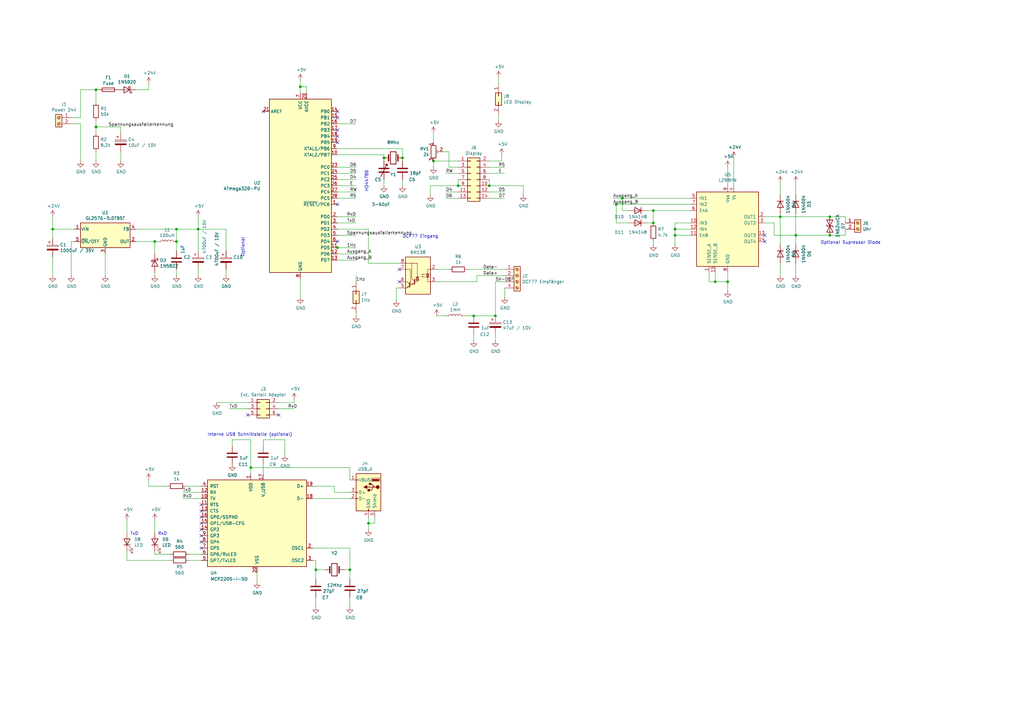
<source format=kicad_sch>
(kicad_sch (version 20230121) (generator eeschema)
  (paper "A3")
  (title_block (title "Mutteruhr Mainboard") (rev "1.00") (company "Michael Albert") (comment 1 "Mutteruhr Mainboard mit USB Interface"))
  (lib_symbols
    (symbol "Connector:Screw_Terminal_01x02" (pin_names (offset 1.016) hide)
      (property "Reference" "J" (at 0 2.54 0))
      (property "Value" "Screw_Terminal_01x02" (at 0 -5.08 0))
      (symbol "Screw_Terminal_01x02_1_1"
        (pin passive line (at -5.08 0 0) (length 3.81) (name "Pin_1") (number "1"))
        (pin passive line (at -5.08 -2.54 0) (length 3.81) (name "Pin_2") (number "2"))
      )
    )
    (symbol "Connector:Screw_Terminal_01x04" (pin_names (offset 1.016) hide)
      (property "Reference" "J" (at 0 5.08 0))
      (property "Value" "Screw_Terminal_01x04" (at 0 -7.62 0))
      (symbol "Screw_Terminal_01x04_1_1"
        (pin passive line (at -5.08 2.54 0) (length 3.81) (name "Pin_1") (number "1"))
        (pin passive line (at -5.08 0 0) (length 3.81) (name "Pin_2") (number "2"))
        (pin passive line (at -5.08 -2.54 0) (length 3.81) (name "Pin_3") (number "3"))
        (pin passive line (at -5.08 -5.08 0) (length 3.81) (name "Pin_4") (number "4"))
      )
    )
    (symbol "Connector:USB_A" (pin_names (offset 1.016))
      (property "Reference" "J" (at -5.08 11.43 0))
      (property "Value" "USB_A" (at -5.08 8.89 0))
      (symbol "USB_A_1_1"
        (pin power_in line (at 7.62 5.08 180) (length 2.54) (name "VBUS") (number "1"))
        (pin bidirectional line (at 7.62 -2.54 180) (length 2.54) (name "D-") (number "2"))
        (pin bidirectional line (at 7.62 0 180) (length 2.54) (name "D+") (number "3"))
        (pin power_in line (at 0 -10.16 90) (length 2.54) (name "GND") (number "4"))
        (pin passive line (at -2.54 -10.16 90) (length 2.54) (name "Shield") (number "5"))
      )
    )
    (symbol "Connector_Generic:Conn_02x01" (pin_names (offset 1.016) hide)
      (property "Reference" "J" (at 1.27 2.54 0))
      (property "Value" "Conn_02x01" (at 1.27 -2.54 0))
      (symbol "Conn_02x01_1_1"
        (pin passive line (at -5.08 0 0) (length 3.81) (name "Pin_1") (number "1"))
        (pin passive line (at 7.62 0 180) (length 3.81) (name "Pin_2") (number "2"))
      )
    )
    (symbol "Connector_Generic:Conn_02x03_Odd_Even" (pin_names (offset 1.016) hide)
      (property "Reference" "J" (at 1.27 5.08 0))
      (property "Value" "Conn_02x03_Odd_Even" (at 1.27 -5.08 0))
      (symbol "Conn_02x03_Odd_Even_1_1"
        (pin passive line (at -5.08 2.54 0) (length 3.81) (name "Pin_1") (number "1"))
        (pin passive line (at 7.62 2.54 180) (length 3.81) (name "Pin_2") (number "2"))
        (pin passive line (at -5.08 0 0) (length 3.81) (name "Pin_3") (number "3"))
        (pin passive line (at 7.62 0 180) (length 3.81) (name "Pin_4") (number "4"))
        (pin passive line (at -5.08 -2.54 0) (length 3.81) (name "Pin_5") (number "5"))
        (pin passive line (at 7.62 -2.54 180) (length 3.81) (name "Pin_6") (number "6"))
      )
    )
    (symbol "Connector_Generic:Conn_02x07_Odd_Even" (pin_names (offset 1.016) hide)
      (property "Reference" "J" (at 1.27 10.16 0))
      (property "Value" "Conn_02x07_Odd_Even" (at 1.27 -10.16 0))
      (symbol "Conn_02x07_Odd_Even_1_1"
        (pin passive line (at -5.08 7.62 0) (length 3.81) (name "Pin_1") (number "1"))
        (pin passive line (at 7.62 -2.54 180) (length 3.81) (name "Pin_10") (number "10"))
        (pin passive line (at -5.08 -5.08 0) (length 3.81) (name "Pin_11") (number "11"))
        (pin passive line (at 7.62 -5.08 180) (length 3.81) (name "Pin_12") (number "12"))
        (pin passive line (at -5.08 -7.62 0) (length 3.81) (name "Pin_13") (number "13"))
        (pin passive line (at 7.62 -7.62 180) (length 3.81) (name "Pin_14") (number "14"))
        (pin passive line (at 7.62 7.62 180) (length 3.81) (name "Pin_2") (number "2"))
        (pin passive line (at -5.08 5.08 0) (length 3.81) (name "Pin_3") (number "3"))
        (pin passive line (at 7.62 5.08 180) (length 3.81) (name "Pin_4") (number "4"))
        (pin passive line (at -5.08 2.54 0) (length 3.81) (name "Pin_5") (number "5"))
        (pin passive line (at 7.62 2.54 180) (length 3.81) (name "Pin_6") (number "6"))
        (pin passive line (at -5.08 0 0) (length 3.81) (name "Pin_7") (number "7"))
        (pin passive line (at 7.62 0 180) (length 3.81) (name "Pin_8") (number "8"))
        (pin passive line (at -5.08 -2.54 0) (length 3.81) (name "Pin_9") (number "9"))
      )
    )
    (symbol "Device:C" (pin_numbers hide) (pin_names (offset 0.254))
      (property "Reference" "C" (at 0.635 2.54 0))
      (property "Value" "C" (at 0.635 -2.54 0))
      (symbol "C_1_1"
        (pin passive line (at 0 3.81 270) (length 2.794) (name "~") (number "1"))
        (pin passive line (at 0 -3.81 90) (length 2.794) (name "~") (number "2"))
      )
    )
    (symbol "Device:C_Variable" (pin_numbers hide) (pin_names (offset 0.254) hide)
      (property "Reference" "C" (at 0.635 -1.905 0))
      (property "Value" "C_Variable" (at 0.635 -3.81 0))
      (symbol "C_Variable_1_1"
        (pin passive line (at 0 3.81 270) (length 3.048) (name "~") (number "1"))
        (pin passive line (at 0 -3.81 90) (length 3.048) (name "~") (number "2"))
      )
    )
    (symbol "Device:Crystal" (pin_numbers hide) (pin_names (offset 1.016) hide)
      (property "Reference" "Y" (at 0 3.81 0))
      (property "Value" "Crystal" (at 0 -3.81 0))
      (symbol "Crystal_1_1"
        (pin passive line (at -3.81 0 0) (length 1.27) (name "1") (number "1"))
        (pin passive line (at 3.81 0 180) (length 1.27) (name "2") (number "2"))
      )
    )
    (symbol "Device:Fuse" (pin_numbers hide) (pin_names (offset 0))
      (property "Reference" "F" (at 2.032 0 90))
      (property "Value" "Fuse" (at -1.905 0 90))
      (symbol "Fuse_1_1"
        (pin passive line (at 0 3.81 270) (length 1.27) (name "~") (number "1"))
        (pin passive line (at 0 -3.81 90) (length 1.27) (name "~") (number "2"))
      )
    )
    (symbol "Device:L" (pin_numbers hide) (pin_names (offset 1.016) hide)
      (property "Reference" "L" (at -1.27 0 90))
      (property "Value" "L" (at 1.905 0 90))
      (symbol "L_1_1"
        (pin passive line (at 0 3.81 270) (length 1.27) (name "1") (number "1"))
        (pin passive line (at 0 -3.81 90) (length 1.27) (name "2") (number "2"))
      )
    )
    (symbol "Device:LED" (pin_numbers hide) (pin_names (offset 1.016) hide)
      (property "Reference" "D" (at 0 2.54 0))
      (property "Value" "LED" (at 0 -2.54 0))
      (symbol "LED_1_1"
        (pin passive line (at -3.81 0 0) (length 2.54) (name "K") (number "1"))
        (pin passive line (at 3.81 0 180) (length 2.54) (name "A") (number "2"))
      )
    )
    (symbol "Device:R" (pin_numbers hide) (pin_names (offset 0))
      (property "Reference" "R" (at 2.032 0 90))
      (property "Value" "R" (at 0 0 90))
      (symbol "R_1_1"
        (pin passive line (at 0 3.81 270) (length 1.27) (name "~") (number "1"))
        (pin passive line (at 0 -3.81 90) (length 1.27) (name "~") (number "2"))
      )
    )
    (symbol "Diode:1N4004" (pin_numbers hide) (pin_names hide)
      (property "Reference" "D" (at 0 2.54 0))
      (property "Value" "1N4004" (at 0 -2.54 0))
      (symbol "1N4004_1_1"
        (pin passive line (at -3.81 0 0) (length 2.54) (name "K") (number "1"))
        (pin passive line (at 3.81 0 180) (length 2.54) (name "A") (number "2"))
      )
    )
    (symbol "Diode:1N4148" (pin_numbers hide) (pin_names hide)
      (property "Reference" "D" (at 0 2.54 0))
      (property "Value" "1N4148" (at 0 -2.54 0))
      (symbol "1N4148_1_1"
        (pin passive line (at -3.81 0 0) (length 2.54) (name "K") (number "1"))
        (pin passive line (at 3.81 0 180) (length 2.54) (name "A") (number "2"))
      )
    )
    (symbol "Diode:1N5820" (pin_numbers hide) (pin_names (offset 1.016) hide)
      (property "Reference" "D" (at 0 2.54 0))
      (property "Value" "1N5820" (at 0 -2.54 0))
      (symbol "1N5820_1_1"
        (pin passive line (at -3.81 0 0) (length 2.54) (name "K") (number "1"))
        (pin passive line (at 3.81 0 180) (length 2.54) (name "A") (number "2"))
      )
    )
    (symbol "Diode:1N5822" (pin_numbers hide) (pin_names (offset 1.016) hide)
      (property "Reference" "D" (at 0 2.54 0))
      (property "Value" "1N5822" (at 0 -2.54 0))
      (symbol "1N5822_1_1"
        (pin passive line (at -3.81 0 0) (length 2.54) (name "K") (number "1"))
        (pin passive line (at 3.81 0 180) (length 2.54) (name "A") (number "2"))
      )
    )
    (symbol "Diode:1N62xxCA" (pin_numbers hide) (pin_names (offset 1.016) hide)
      (property "Reference" "D" (at 0 2.54 0))
      (property "Value" "1N62xxCA" (at 0 -2.54 0))
      (symbol "1N62xxCA_1_1"
        (pin passive line (at -3.81 0 0) (length 2.54) (name "A1") (number "1"))
        (pin passive line (at 3.81 0 180) (length 2.54) (name "A2") (number "2"))
      )
    )
    (symbol "Driver_Motor:L298HN" (pin_names (offset 1.016))
      (property "Reference" "U" (at -10.16 16.51 0))
      (property "Value" "L298HN" (at 12.7 16.51 0))
      (symbol "L298HN_1_1"
        (pin power_in line (at -7.62 -17.78 90) (length 2.54) (name "SENSE_A") (number "1"))
        (pin input line (at -15.24 2.54 0) (length 2.54) (name "IN3") (number "10"))
        (pin input line (at -15.24 -2.54 0) (length 2.54) (name "EnB") (number "11"))
        (pin input line (at -15.24 0 0) (length 2.54) (name "IN4") (number "12"))
        (pin output line (at 15.24 -2.54 180) (length 2.54) (name "OUT3") (number "13"))
        (pin output line (at 15.24 -5.08 180) (length 2.54) (name "OUT4") (number "14"))
        (pin power_in line (at -5.08 -17.78 90) (length 2.54) (name "SENSE_B") (number "15"))
        (pin output line (at 15.24 5.08 180) (length 2.54) (name "OUT1") (number "2"))
        (pin output line (at 15.24 2.54 180) (length 2.54) (name "OUT2") (number "3"))
        (pin power_in line (at 2.54 17.78 270) (length 2.54) (name "Vs") (number "4"))
        (pin input line (at -15.24 12.7 0) (length 2.54) (name "IN1") (number "5"))
        (pin input line (at -15.24 7.62 0) (length 2.54) (name "EnA") (number "6"))
        (pin input line (at -15.24 10.16 0) (length 2.54) (name "IN2") (number "7"))
        (pin power_in line (at 0 -17.78 90) (length 2.54) (name "GND") (number "8"))
        (pin power_in line (at 0 17.78 270) (length 2.54) (name "Vss") (number "9"))
      )
    )
    (symbol "Interface_USB:MCP2200-I-SO" (pin_names (offset 1.016))
      (property "Reference" "U" (at -20.32 -19.05 0))
      (property "Value" "MCP2200-I-SO" (at -20.32 19.05 0))
      (symbol "MCP2200-I-SO_1_1"
        (pin power_in line (at -2.54 20.32 270) (length 2.54) (name "VDD") (number "1"))
        (pin output line (at -22.86 10.16 0) (length 2.54) (name "TX") (number "10"))
        (pin output line (at -22.86 7.62 0) (length 2.54) (name "RTS") (number "11"))
        (pin input line (at -22.86 12.7 0) (length 2.54) (name "RX") (number "12"))
        (pin input line (at -22.86 5.08 0) (length 2.54) (name "CTS") (number "13"))
        (pin bidirectional line (at -22.86 -2.54 0) (length 2.54) (name "GP2") (number "14"))
        (pin bidirectional line (at -22.86 0 0) (length 2.54) (name "GP1/USB-CFG") (number "15"))
        (pin bidirectional line (at -22.86 2.54 0) (length 2.54) (name "GP0/SSPND") (number "16"))
        (pin power_in line (at 2.54 20.32 270) (length 2.54) (name "V_USB") (number "17"))
        (pin bidirectional line (at 22.86 10.16 180) (length 2.54) (name "D-") (number "18"))
        (pin bidirectional line (at 22.86 15.24 180) (length 2.54) (name "D+") (number "19"))
        (pin input line (at 22.86 -10.16 180) (length 2.54) (name "OSC1") (number "2"))
        (pin power_in line (at 0 -20.32 90) (length 2.54) (name "VSS") (number "20"))
        (pin output line (at 22.86 -15.24 180) (length 2.54) (name "OSC2") (number "3"))
        (pin input line (at -22.86 15.24 0) (length 2.54) (name "RST") (number "4"))
        (pin bidirectional line (at -22.86 -15.24 0) (length 2.54) (name "GP7/TxLED") (number "5"))
        (pin bidirectional line (at -22.86 -12.7 0) (length 2.54) (name "GP6/RxLED") (number "6"))
        (pin bidirectional line (at -22.86 -10.16 0) (length 2.54) (name "GP5") (number "7"))
        (pin bidirectional line (at -22.86 -7.62 0) (length 2.54) (name "GP4") (number "8"))
        (pin bidirectional line (at -22.86 -5.08 0) (length 2.54) (name "GP3") (number "9"))
      )
    )
    (symbol "Isolator:6N138" (pin_names (offset 1.016) hide)
      (property "Reference" "U" (at -4.064 8.89 0))
      (property "Value" "6N138" (at 2.286 8.89 0))
      (symbol "6N138_1_1"
        (pin no_connect line (at -5.08 5.08 0) (length 2.54) hide (name "NC") (number "1"))
        (pin passive line (at -7.62 2.54 0) (length 2.54) (name "C1") (number "2"))
        (pin passive line (at -7.62 -2.54 0) (length 2.54) (name "C2") (number "3"))
        (pin no_connect line (at -5.08 -5.08 0) (length 2.54) hide (name "NC") (number "4"))
        (pin passive line (at 7.62 -5.08 180) (length 2.54) (name "GND") (number "5"))
        (pin passive line (at 7.62 -2.54 180) (length 2.54) (name "VO2") (number "6"))
        (pin passive line (at 7.62 2.54 180) (length 2.54) (name "VO1") (number "7"))
        (pin passive line (at 7.62 5.08 180) (length 2.54) (name "VCC") (number "8"))
      )
    )
    (symbol "Mutteruhr-rescue:ATmega328-PU-MCU_Microchip_ATmega"
      (property "Reference" "U" (at -12.7 36.83 0))
      (property "Value" "MCU_Microchip_ATmega_ATmega328-PU" (at 2.54 -36.83 0))
      (symbol "ATmega328-PU-MCU_Microchip_ATmega_1_1"
        (pin bidirectional line (at 15.24 -7.62 180) (length 2.54) (name "~{RESET}/PC6") (number "1"))
        (pin bidirectional line (at 15.24 12.7 180) (length 2.54) (name "XTAL2/PB7") (number "10"))
        (pin bidirectional line (at 15.24 -25.4 180) (length 2.54) (name "PD5") (number "11"))
        (pin bidirectional line (at 15.24 -27.94 180) (length 2.54) (name "PD6") (number "12"))
        (pin bidirectional line (at 15.24 -30.48 180) (length 2.54) (name "PD7") (number "13"))
        (pin bidirectional line (at 15.24 30.48 180) (length 2.54) (name "PB0") (number "14"))
        (pin bidirectional line (at 15.24 27.94 180) (length 2.54) (name "PB1") (number "15"))
        (pin bidirectional line (at 15.24 25.4 180) (length 2.54) (name "PB2") (number "16"))
        (pin bidirectional line (at 15.24 22.86 180) (length 2.54) (name "PB3") (number "17"))
        (pin bidirectional line (at 15.24 20.32 180) (length 2.54) (name "PB4") (number "18"))
        (pin bidirectional line (at 15.24 17.78 180) (length 2.54) (name "PB5") (number "19"))
        (pin bidirectional line (at 15.24 -12.7 180) (length 2.54) (name "PD0") (number "2"))
        (pin power_in line (at 2.54 38.1 270) (length 2.54) (name "AVCC") (number "20"))
        (pin passive line (at -15.24 30.48 0) (length 2.54) (name "AREF") (number "21"))
        (pin passive line (at 0 -38.1 90) (length 2.54) hide (name "GND") (number "22"))
        (pin bidirectional line (at 15.24 7.62 180) (length 2.54) (name "PC0") (number "23"))
        (pin bidirectional line (at 15.24 5.08 180) (length 2.54) (name "PC1") (number "24"))
        (pin bidirectional line (at 15.24 2.54 180) (length 2.54) (name "PC2") (number "25"))
        (pin bidirectional line (at 15.24 0 180) (length 2.54) (name "PC3") (number "26"))
        (pin bidirectional line (at 15.24 -2.54 180) (length 2.54) (name "PC4") (number "27"))
        (pin bidirectional line (at 15.24 -5.08 180) (length 2.54) (name "PC5") (number "28"))
        (pin bidirectional line (at 15.24 -15.24 180) (length 2.54) (name "PD1") (number "3"))
        (pin bidirectional line (at 15.24 -17.78 180) (length 2.54) (name "PD2") (number "4"))
        (pin bidirectional line (at 15.24 -20.32 180) (length 2.54) (name "PD3") (number "5"))
        (pin bidirectional line (at 15.24 -22.86 180) (length 2.54) (name "PD4") (number "6"))
        (pin power_in line (at 0 38.1 270) (length 2.54) (name "VCC") (number "7"))
        (pin power_in line (at 0 -38.1 90) (length 2.54) (name "GND") (number "8"))
        (pin bidirectional line (at 15.24 15.24 180) (length 2.54) (name "XTAL1/PB6") (number "9"))
      )
    )
    (symbol "Mutteruhr-rescue:CP-Device" (pin_numbers hide) (pin_names (offset 0.254))
      (property "Reference" "C" (at 0.635 2.54 0))
      (property "Value" "Device_CP" (at 0.635 -2.54 0))
      (symbol "CP-Device_1_1"
        (pin passive line (at 0 3.81 270) (length 2.794) (name "~") (number "1"))
        (pin passive line (at 0 -3.81 90) (length 2.794) (name "~") (number "2"))
      )
    )
    (symbol "Mutteruhr-rescue:R_POT_TRIM-Device" (pin_names (offset 1.016) hide)
      (property "Reference" "RV" (at -4.445 0 90))
      (property "Value" "Device_R_POT_TRIM" (at -2.54 0 90))
      (symbol "R_POT_TRIM-Device_1_1"
        (pin passive line (at 0 3.81 270) (length 1.27) (name "1") (number "1"))
        (pin passive line (at 3.81 0 180) (length 1.27) (name "2") (number "2"))
        (pin passive line (at 0 -3.81 90) (length 1.27) (name "3") (number "3"))
      )
    )
    (symbol "Regulator_Switching:GL2576-5.0TB5T" (pin_names (offset 0.254))
      (property "Reference" "U" (at -10.16 6.35 0))
      (property "Value" "GL2576-5.0TB5T" (at 0 6.35 0))
      (symbol "GL2576-5.0TB5T_1_1"
        (pin power_in line (at -12.7 2.54 0) (length 2.54) (name "VIN") (number "1"))
        (pin output line (at 12.7 -2.54 180) (length 2.54) (name "OUT") (number "2"))
        (pin power_in line (at 0 -7.62 90) (length 2.54) (name "GND") (number "3"))
        (pin input line (at 12.7 2.54 180) (length 2.54) (name "FB") (number "4"))
        (pin input line (at -12.7 -2.54 0) (length 2.54) (name "~{ON}/OFF") (number "5"))
      )
    )
    (symbol "power:+24V" (power) (pin_names (offset 0))
      (property "Value" "+24V" (at 0 3.556 0))
      (symbol "+24V_1_1"
        (pin power_in line (at 0 0 90) (length 0) hide (name "+24V") (number "1"))
      )
    )
    (symbol "power:+5V" (power) (pin_names (offset 0))
      (property "Value" "+5V" (at 0 3.556 0))
      (symbol "+5V_1_1"
        (pin power_in line (at 0 0 90) (length 0) hide (name "+5V") (number "1"))
      )
    )
    (symbol "power:GND" (power) (pin_names (offset 0))
      (property "Value" "GND" (at 0 -3.81 0))
      (symbol "GND_1_1"
        (pin power_in line (at 0 0 270) (length 0) hide (name "GND") (number "1"))
      )
    )
  )
  (junction (at 203.2 129.54))
  (junction (at 151.13 214.63))
  (junction (at 187.96 76.2))
  (junction (at 72.39 93.98))
  (junction (at 165.1 64.77))
  (junction (at 39.37 52.07))
  (junction (at 267.97 91.44))
  (junction (at 276.86 93.98))
  (junction (at 298.45 115.57))
  (junction (at 21.59 93.98))
  (junction (at 340.36 96.52))
  (junction (at 72.39 99.06))
  (junction (at 200.66 76.2))
  (junction (at 81.28 93.98))
  (junction (at 138.43 101.6))
  (junction (at 39.37 36.83))
  (junction (at 340.36 88.9))
  (junction (at 63.5 99.06))
  (junction (at 102.87 191.77))
  (junction (at 177.8 66.04))
  (junction (at 293.37 115.57))
  (junction (at 276.86 96.52))
  (junction (at 267.97 86.36))
  (junction (at 157.48 64.77))
  (junction (at 123.19 35.56))
  (junction (at 143.51 233.68))
  (junction (at 326.39 96.52))
  (junction (at 252.73 83.82))
  (junction (at 194.31 129.54))
  (junction (at 255.27 81.28))
  (junction (at 129.54 233.68))
  (junction (at 320.04 88.9))
  (no_connect (at 163.83 110.49))
  (no_connect (at 138.43 55.88))
  (no_connect (at 82.55 212.09))
  (no_connect (at 82.55 219.71))
  (no_connect (at 107.95 45.72))
  (no_connect (at 82.55 224.79))
  (no_connect (at 138.43 45.72))
  (no_connect (at 313.69 99.06))
  (no_connect (at 138.43 99.06))
  (no_connect (at 163.83 115.57))
  (no_connect (at 138.43 48.26))
  (no_connect (at 82.55 222.25))
  (no_connect (at 82.55 207.01))
  (no_connect (at 313.69 96.52))
  (no_connect (at 138.43 53.34))
  (no_connect (at 138.43 58.42))
  (no_connect (at 138.43 83.82))
  (no_connect (at 82.55 214.63))
  (no_connect (at 82.55 217.17))
  (no_connect (at 82.55 209.55))
  (no_connect (at 114.3 170.18))
  (no_connect (at 101.6 170.18))
  (wire (pts (xy 200.66 81.28) (xy 207.01 81.28)))
  (wire (pts (xy 63.5 227.33) (xy 63.5 226.06)))
  (wire (pts (xy 143.51 224.79) (xy 143.51 233.68)))
  (wire (pts (xy 138.43 81.28) (xy 146.05 81.28)))
  (wire (pts (xy 179.07 115.57) (xy 195.58 115.57)))
  (wire (pts (xy 29.21 113.03) (xy 29.21 99.06)))
  (wire (pts (xy 82.55 204.47) (xy 74.93 204.47)))
  (wire (pts (xy 107.95 180.34) (xy 116.84 180.34)))
  (wire (pts (xy 33.02 50.8) (xy 33.02 66.04)))
  (wire (pts (xy 176.53 80.01) (xy 176.53 76.2)))
  (wire (pts (xy 157.48 63.5) (xy 157.48 64.77)))
  (wire (pts (xy 313.69 88.9) (xy 320.04 88.9)))
  (wire (pts (xy 138.43 68.58) (xy 146.05 68.58)))
  (wire (pts (xy 101.6 167.64) (xy 93.98 167.64)))
  (wire (pts (xy 39.37 36.83) (xy 40.64 36.83)))
  (wire (pts (xy 72.39 93.98) (xy 72.39 99.06)))
  (wire (pts (xy 33.02 48.26) (xy 33.02 36.83)))
  (wire (pts (xy 298.45 115.57) (xy 298.45 119.38)))
  (wire (pts (xy 128.27 224.79) (xy 143.51 224.79)))
  (wire (pts (xy 138.43 101.6) (xy 146.05 101.6)))
  (wire (pts (xy 346.71 93.98) (xy 346.71 96.52)))
  (wire (pts (xy 29.21 50.8) (xy 33.02 50.8)))
  (wire (pts (xy 49.53 52.07) (xy 49.53 54.61)))
  (wire (pts (xy 63.5 99.06) (xy 63.5 104.14)))
  (wire (pts (xy 39.37 41.91) (xy 39.37 36.83)))
  (wire (pts (xy 200.66 78.74) (xy 207.01 78.74)))
  (wire (pts (xy 92.71 110.49) (xy 92.71 113.03)))
  (wire (pts (xy 143.51 233.68) (xy 143.51 237.49)))
  (wire (pts (xy 143.51 245.11) (xy 143.51 248.92)))
  (wire (pts (xy 138.43 91.44) (xy 146.05 91.44)))
  (wire (pts (xy 63.5 111.76) (xy 63.5 113.03)))
  (wire (pts (xy 157.48 66.04) (xy 157.48 64.77)))
  (wire (pts (xy 320.04 107.95) (xy 320.04 113.03)))
  (wire (pts (xy 187.96 68.58) (xy 184.15 68.58)))
  (wire (pts (xy 200.66 76.2) (xy 214.63 76.2)))
  (wire (pts (xy 69.85 227.33) (xy 63.5 227.33)))
  (wire (pts (xy 290.83 111.76) (xy 290.83 115.57)))
  (wire (pts (xy 151.13 217.17) (xy 151.13 214.63)))
  (wire (pts (xy 203.2 129.54) (xy 194.31 129.54)))
  (wire (pts (xy 125.73 35.56) (xy 125.73 38.1)))
  (wire (pts (xy 107.95 182.88) (xy 107.95 180.34)))
  (wire (pts (xy 123.19 35.56) (xy 123.19 38.1)))
  (wire (pts (xy 43.18 104.14) (xy 43.18 113.03)))
  (wire (pts (xy 81.28 93.98) (xy 92.71 93.98)))
  (wire (pts (xy 128.27 229.87) (xy 129.54 229.87)))
  (wire (pts (xy 276.86 91.44) (xy 276.86 93.98)))
  (wire (pts (xy 123.19 114.3) (xy 123.19 121.92)))
  (wire (pts (xy 283.21 91.44) (xy 276.86 91.44)))
  (wire (pts (xy 267.97 99.06) (xy 267.97 100.33)))
  (wire (pts (xy 146.05 115.57) (xy 146.05 113.03)))
  (wire (pts (xy 29.21 48.26) (xy 33.02 48.26)))
  (wire (pts (xy 138.43 50.8) (xy 146.05 50.8)))
  (wire (pts (xy 138.43 71.12) (xy 146.05 71.12)))
  (wire (pts (xy 63.5 218.44) (xy 63.5 213.36)))
  (wire (pts (xy 143.51 191.77) (xy 143.51 196.85)))
  (wire (pts (xy 95.25 180.34) (xy 95.25 182.88)))
  (wire (pts (xy 320.04 74.93) (xy 320.04 80.01)))
  (wire (pts (xy 107.95 194.31) (xy 107.95 190.5)))
  (wire (pts (xy 21.59 97.79) (xy 21.59 93.98)))
  (wire (pts (xy 138.43 60.96) (xy 165.1 60.96)))
  (wire (pts (xy 179.07 110.49) (xy 184.15 110.49)))
  (wire (pts (xy 177.8 68.58) (xy 177.8 66.04)))
  (wire (pts (xy 214.63 76.2) (xy 214.63 80.01)))
  (wire (pts (xy 151.13 93.98) (xy 151.13 107.95)))
  (wire (pts (xy 137.16 199.39) (xy 128.27 199.39)))
  (wire (pts (xy 200.66 71.12) (xy 207.01 71.12)))
  (wire (pts (xy 177.8 66.04) (xy 187.96 66.04)))
  (wire (pts (xy 39.37 52.07) (xy 49.53 52.07)))
  (wire (pts (xy 267.97 86.36) (xy 267.97 91.44)))
  (wire (pts (xy 105.41 234.95) (xy 105.41 238.76)))
  (wire (pts (xy 128.27 204.47) (xy 143.51 204.47)))
  (wire (pts (xy 138.43 106.68) (xy 146.05 106.68)))
  (wire (pts (xy 187.96 73.66) (xy 187.96 76.2)))
  (wire (pts (xy 257.81 91.44) (xy 252.73 91.44)))
  (wire (pts (xy 207.01 115.57) (xy 203.2 115.57)))
  (wire (pts (xy 138.43 76.2) (xy 146.05 76.2)))
  (wire (pts (xy 77.47 227.33) (xy 82.55 227.33)))
  (wire (pts (xy 255.27 86.36) (xy 255.27 81.28)))
  (wire (pts (xy 114.3 167.64) (xy 120.65 167.64)))
  (wire (pts (xy 265.43 91.44) (xy 267.97 91.44)))
  (wire (pts (xy 184.15 68.58) (xy 184.15 62.23)))
  (wire (pts (xy 293.37 115.57) (xy 298.45 115.57)))
  (wire (pts (xy 265.43 86.36) (xy 267.97 86.36)))
  (wire (pts (xy 320.04 88.9) (xy 340.36 88.9)))
  (wire (pts (xy 190.5 129.54) (xy 194.31 129.54)))
  (wire (pts (xy 140.97 233.68) (xy 143.51 233.68)))
  (wire (pts (xy 63.5 99.06) (xy 64.77 99.06)))
  (wire (pts (xy 204.47 31.75) (xy 204.47 34.29)))
  (wire (pts (xy 179.07 129.54) (xy 182.88 129.54)))
  (wire (pts (xy 151.13 214.63) (xy 151.13 212.09)))
  (wire (pts (xy 257.81 86.36) (xy 255.27 86.36)))
  (wire (pts (xy 204.47 49.53) (xy 204.47 46.99)))
  (wire (pts (xy 251.46 81.28) (xy 255.27 81.28)))
  (wire (pts (xy 187.96 78.74) (xy 182.88 78.74)))
  (wire (pts (xy 55.88 36.83) (xy 60.96 36.83)))
  (wire (pts (xy 138.43 63.5) (xy 157.48 63.5)))
  (wire (pts (xy 129.54 245.11) (xy 129.54 248.92)))
  (wire (pts (xy 200.66 68.58) (xy 207.01 68.58)))
  (wire (pts (xy 340.36 88.9) (xy 346.71 88.9)))
  (wire (pts (xy 326.39 96.52) (xy 340.36 96.52)))
  (wire (pts (xy 320.04 88.9) (xy 320.04 100.33)))
  (wire (pts (xy 313.69 91.44) (xy 317.5 91.44)))
  (wire (pts (xy 81.28 93.98) (xy 81.28 102.87)))
  (wire (pts (xy 165.1 66.04) (xy 165.1 64.77)))
  (wire (pts (xy 138.43 78.74) (xy 146.05 78.74)))
  (wire (pts (xy 81.28 93.98) (xy 72.39 93.98)))
  (wire (pts (xy 251.46 83.82) (xy 252.73 83.82)))
  (wire (pts (xy 102.87 180.34) (xy 95.25 180.34)))
  (wire (pts (xy 138.43 93.98) (xy 151.13 93.98)))
  (wire (pts (xy 298.45 111.76) (xy 298.45 115.57)))
  (wire (pts (xy 55.88 99.06) (xy 63.5 99.06)))
  (wire (pts (xy 116.84 180.34) (xy 116.84 186.69)))
  (wire (pts (xy 39.37 49.53) (xy 39.37 52.07)))
  (wire (pts (xy 203.2 137.16) (xy 203.2 139.7)))
  (wire (pts (xy 200.66 76.2) (xy 200.66 73.66)))
  (wire (pts (xy 207.01 121.92) (xy 207.01 118.11)))
  (wire (pts (xy 21.59 93.98) (xy 21.59 88.9)))
  (wire (pts (xy 151.13 107.95) (xy 163.83 107.95)))
  (wire (pts (xy 120.65 165.1) (xy 120.65 163.83)))
  (wire (pts (xy 326.39 107.95) (xy 326.39 113.03)))
  (wire (pts (xy 326.39 80.01) (xy 326.39 74.93)))
  (wire (pts (xy 76.2 199.39) (xy 82.55 199.39)))
  (wire (pts (xy 143.51 201.93) (xy 137.16 201.93)))
  (wire (pts (xy 252.73 91.44) (xy 252.73 83.82)))
  (wire (pts (xy 177.8 54.61) (xy 177.8 58.42)))
  (wire (pts (xy 81.28 110.49) (xy 81.28 113.03)))
  (wire (pts (xy 320.04 87.63) (xy 320.04 88.9)))
  (wire (pts (xy 88.9 165.1) (xy 101.6 165.1)))
  (wire (pts (xy 60.96 196.85) (xy 60.96 199.39)))
  (wire (pts (xy 60.96 199.39) (xy 68.58 199.39)))
  (wire (pts (xy 137.16 201.93) (xy 137.16 199.39)))
  (wire (pts (xy 346.71 88.9) (xy 346.71 91.44)))
  (wire (pts (xy 300.99 64.77) (xy 300.99 76.2)))
  (wire (pts (xy 33.02 36.83) (xy 39.37 36.83)))
  (wire (pts (xy 157.48 73.66) (xy 157.48 76.2)))
  (wire (pts (xy 82.55 201.93) (xy 74.93 201.93)))
  (wire (pts (xy 146.05 129.54) (xy 146.05 128.27)))
  (wire (pts (xy 176.53 76.2) (xy 187.96 76.2)))
  (wire (pts (xy 165.1 76.2) (xy 165.1 73.66)))
  (wire (pts (xy 137.16 101.6) (xy 138.43 101.6)))
  (wire (pts (xy 102.87 191.77) (xy 102.87 180.34)))
  (wire (pts (xy 267.97 86.36) (xy 283.21 86.36)))
  (wire (pts (xy 283.21 96.52) (xy 276.86 96.52)))
  (wire (pts (xy 72.39 110.49) (xy 72.39 113.03)))
  (wire (pts (xy 123.19 33.02) (xy 123.19 35.56)))
  (wire (pts (xy 276.86 93.98) (xy 276.86 96.52)))
  (wire (pts (xy 153.67 212.09) (xy 153.67 214.63)))
  (wire (pts (xy 205.74 66.04) (xy 205.74 63.5)))
  (wire (pts (xy 133.35 233.68) (xy 129.54 233.68)))
  (wire (pts (xy 138.43 88.9) (xy 146.05 88.9)))
  (wire (pts (xy 317.5 96.52) (xy 326.39 96.52)))
  (wire (pts (xy 203.2 115.57) (xy 203.2 129.54)))
  (wire (pts (xy 162.56 118.11) (xy 162.56 123.19)))
  (wire (pts (xy 114.3 165.1) (xy 120.65 165.1)))
  (wire (pts (xy 153.67 214.63) (xy 151.13 214.63)))
  (wire (pts (xy 39.37 62.23) (xy 39.37 66.04)))
  (wire (pts (xy 317.5 91.44) (xy 317.5 96.52)))
  (wire (pts (xy 138.43 73.66) (xy 146.05 73.66)))
  (wire (pts (xy 276.86 96.52) (xy 276.86 100.33)))
  (wire (pts (xy 129.54 233.68) (xy 129.54 237.49)))
  (wire (pts (xy 191.77 110.49) (xy 207.01 110.49)))
  (wire (pts (xy 138.43 104.14) (xy 146.05 104.14)))
  (wire (pts (xy 52.07 226.06) (xy 52.07 229.87)))
  (wire (pts (xy 138.43 96.52) (xy 146.05 96.52)))
  (wire (pts (xy 55.88 93.98) (xy 72.39 93.98)))
  (wire (pts (xy 298.45 68.58) (xy 298.45 76.2)))
  (wire (pts (xy 326.39 96.52) (xy 326.39 100.33)))
  (wire (pts (xy 195.58 115.57) (xy 195.58 113.03)))
  (wire (pts (xy 283.21 93.98) (xy 276.86 93.98)))
  (wire (pts (xy 293.37 111.76) (xy 293.37 115.57)))
  (wire (pts (xy 290.83 115.57) (xy 293.37 115.57)))
  (wire (pts (xy 21.59 105.41) (xy 21.59 113.03)))
  (wire (pts (xy 49.53 66.04) (xy 49.53 62.23)))
  (wire (pts (xy 39.37 52.07) (xy 39.37 54.61)))
  (wire (pts (xy 72.39 99.06) (xy 72.39 102.87)))
  (wire (pts (xy 60.96 36.83) (xy 60.96 34.29)))
  (wire (pts (xy 187.96 71.12) (xy 182.88 71.12)))
  (wire (pts (xy 165.1 60.96) (xy 165.1 64.77)))
  (wire (pts (xy 21.59 93.98) (xy 30.48 93.98)))
  (wire (pts (xy 255.27 81.28) (xy 283.21 81.28)))
  (wire (pts (xy 346.71 96.52) (xy 340.36 96.52)))
  (wire (pts (xy 252.73 83.82) (xy 283.21 83.82)))
  (wire (pts (xy 29.21 99.06) (xy 30.48 99.06)))
  (wire (pts (xy 195.58 113.03) (xy 207.01 113.03)))
  (wire (pts (xy 162.56 118.11) (xy 163.83 118.11)))
  (wire (pts (xy 82.55 229.87) (xy 77.47 229.87)))
  (wire (pts (xy 102.87 191.77) (xy 143.51 191.77)))
  (wire (pts (xy 52.07 213.36) (xy 52.07 218.44)))
  (wire (pts (xy 187.96 81.28) (xy 182.88 81.28)))
  (wire (pts (xy 81.28 88.9) (xy 81.28 93.98)))
  (wire (pts (xy 326.39 87.63) (xy 326.39 96.52)))
  (wire (pts (xy 200.66 66.04) (xy 205.74 66.04)))
  (wire (pts (xy 52.07 229.87) (xy 69.85 229.87)))
  (wire (pts (xy 129.54 229.87) (xy 129.54 233.68)))
  (wire (pts (xy 123.19 35.56) (xy 125.73 35.56)))
  (wire (pts (xy 102.87 194.31) (xy 102.87 191.77)))
  (wire (pts (xy 184.15 62.23) (xy 181.61 62.23)))
  (wire (pts (xy 92.71 102.87) (xy 92.71 93.98)))
  (wire (pts (xy 194.31 139.7) (xy 194.31 137.16)))
  (text "RxD" (at 64.77 219.71 0) (effects (font (size 1.27 1.27)) (justify left bottom)))
  (text "Optional" (at 100.33 105.41 90) (effects (font (size 1.27 1.27)) (justify left bottom)))
  (text "Optional Supressor Diode" (at 336.55 100.33 0) (effects (font (size 1.27 1.27)) (justify left bottom)))
  (text "Interne USB Schnittstelle (optional)" (at 85.09 179.07 0) (effects (font (size 1.27 1.27)) (justify left bottom)))
  (text "HD44780" (at 151.13 78.74 90) (effects (font (size 1.27 1.27)) (justify left bottom)))
  (text "TxD" (at 53.34 219.71 0) (effects (font (size 1.27 1.27)) (justify left bottom)))
  (text "DCF77 Eingang" (at 165.1 97.79 0) (effects (font (size 1.27 1.27)) (justify left bottom)))
  (label "RxD" (at 74.93 204.47 0))
  (label "E" (at 204.47 71.12 0))
  (label "1Hz" (at 142.24 101.6 0))
  (label "D7" (at 204.47 81.28 0))
  (label "RW" (at 143.51 78.74 0))
  (label "TxD" (at 93.98 167.64 0))
  (label "Data-" (at 198.12 110.49 0))
  (label "1Hz" (at 146.05 115.57 0))
  (label "D5" (at 143.51 71.12 0))
  (label "Spannungsausfallerkennung" (at 44.45 52.07 0))
  (label "D4" (at 143.51 73.66 0))
  (label "D7" (at 143.51 50.8 0))
  (label "Ausgang_A" (at 142.24 104.14 0))
  (label "RxD" (at 142.24 88.9 0))
  (label "Ausgang_A" (at 251.46 81.28 0))
  (label "TxD" (at 142.24 91.44 0))
  (label "TxD" (at 74.93 201.93 0))
  (label "RW" (at 182.88 71.12 0))
  (label "RxD" (at 118.11 167.64 0))
  (label "Ausgang_B" (at 142.24 106.68 0))
  (label "D5" (at 204.47 78.74 0))
  (label "D6" (at 182.88 81.28 0))
  (label "E" (at 143.51 76.2 0))
  (label "Data+" (at 198.12 113.03 0))
  (label "Spannungsausfallerkennung" (at 142.24 96.52 0))
  (label "5V-DCF" (at 203.2 115.57 0))
  (label "RS" (at 143.51 81.28 0))
  (label "D6" (at 143.51 68.58 0))
  (label "Ausgang_B" (at 251.46 83.82 0))
  (label "D4" (at 182.88 78.74 0))
  (label "RS" (at 204.47 68.58 0))
  (symbol (lib_id "Mutteruhr-rescue:ATmega328-PU-MCU_Microchip_ATmega") (at 123.19 76.2 0) (unit 1)
    (property "Reference" "U2" (at 106.8324 75.0316 0) (effects (justify right)))
    (property "Value" "ATmega328-PU" (at 106.8324 77.343 0) (effects (justify right)))
    (property "Footprint" "Package_DIP:DIP-28_W7.62mm" (effects hide))
    (property "Datasheet" "http://ww1.microchip.com/downloads/en/DeviceDoc/ATmega328_P%20AVR%20MCU%20with%20picoPower%20Technology%20Data%20Sheet%2040001984A.pdf" (effects hide))
  )
  (symbol (lib_id "Regulator_Switching:GL2576-5.0TB5T") (at 43.18 96.52 0) (unit 1)
    (property "Reference" "U1" (at 43.18 87.1982 0))
    (property "Value" "GL2576-5.0TB5T" (at 43.18 89.5096 0))
    (property "Footprint" "Package_TO_SOT_THT:TO-220-5_Vertical" (effects hide))
    (property "Datasheet" "http://www.dianyuan.com/bbs/u/54/437861181916300.pdf" (effects hide))
  )
  (symbol (lib_id "power:+24V") (at 21.59 88.9 0) (unit 1)
    (property "Reference" "#PWR01" (effects hide))
    (property "Value" "+24V" (at 21.971 84.5058 0))
  )
  (symbol (lib_id "Interface_USB:MCP2200-I-SO") (at 105.41 214.63 0) (unit 1)
    (property "Reference" "U4" (at 87.63 234.95 0))
    (property "Value" "MCP2200-I-SO" (at 93.98 237.49 0))
    (property "Footprint" "Package_SO:SOIC-20W_7.5x12.8mm_P1.27mm" (effects hide))
    (property "Datasheet" "http://ww1.microchip.com/downloads/en/DeviceDoc/200022228D.pdf" (effects hide))
  )
  (symbol (lib_id "Connector:USB_A") (at 151.13 201.93 0) (mirror y) (unit 1)
    (property "Reference" "J4" (at 149.6822 190.0682 0))
    (property "Value" "USB_A" (at 149.6822 192.3796 0))
    (property "Footprint" "Connector_USB:USB_B_OST_USB-B1HSxx_Horizontal" (effects hide))
    (property "Datasheet" " ~" (effects hide))
  )
  (symbol (lib_id "Connector:Screw_Terminal_01x02") (at 24.13 48.26 0) (mirror y) (unit 1)
    (property "Reference" "J1" (at 26.2128 42.7482 0))
    (property "Value" "Power 24V" (at 26.2128 45.0596 0))
    (property "Footprint" "TerminalBlock_Phoenix:TerminalBlock_Phoenix_MKDS-1,5-2-5.08_1x02_P5.08mm_Horizontal" (effects hide))
  )
  (symbol (lib_id "Driver_Motor:L298HN") (at 298.45 93.98 0) (unit 1)
    (property "Reference" "U5" (at 298.45 71.6026 0))
    (property "Value" "L298HN" (at 298.45 73.914 0))
    (property "Footprint" "Package_TO_SOT_THT:TO-220-15_P2.54x2.54mm_StaggerOdd_Lead4.58mm_Vertical" (effects hide))
    (property "Datasheet" "http://www.st.com/st-web-ui/static/active/en/resource/technical/document/datasheet/CD00000240.pdf" (effects hide))
  )
  (symbol (lib_id "Device:Crystal") (at 161.29 64.77 180) (unit 1)
    (property "Reference" "Y1" (at 161.29 71.5772 0))
    (property "Value" "8Mhz" (at 161.29 58.42 0))
    (property "Footprint" "Crystal:Crystal_HC49-U_Vertical" (effects hide))
  )
  (symbol (lib_id "Device:L") (at 68.58 99.06 90) (unit 1)
    (property "Reference" "L1" (at 68.58 94.234 90))
    (property "Value" "100uH" (at 68.58 96.5454 90))
    (property "Footprint" "Inductor_THT:L_Radial_D8.7mm_P5.00mm_Fastron_07HCP" (effects hide))
  )
  (symbol (lib_id "Isolator:6N138") (at 171.45 113.03 0) (mirror y) (unit 1)
    (property "Reference" "U3" (at 171.45 101.1682 0))
    (property "Value" "6N138" (at 171.45 103.4796 0))
    (property "Footprint" "Package_DIP:DIP-8_W7.62mm_LongPads" (effects hide))
    (property "Datasheet" "http://www.onsemi.com/pub/Collateral/HCPL2731-D.pdf" (effects hide))
  )
  (symbol (lib_id "Diode:1N62xxCA") (at 340.36 92.71 270) (unit 1)
    (property "Reference" "D7" (at 345.8718 92.71 0))
    (property "Value" "1N62xxCA" (at 343.5604 92.71 0))
    (property "Footprint" "Diode_THT:D_DO-41_SOD81_P10.16mm_Horizontal" (effects hide))
    (property "Datasheet" "https://www.vishay.com/docs/88301/15ke.pdf" (effects hide))
  )
  (symbol (lib_id "Diode:1N4004") (at 326.39 83.82 270) (unit 1)
    (property "Reference" "D3" (at 331.9018 83.82 0))
    (property "Value" "1N4004" (at 329.5904 83.82 0))
    (property "Footprint" "Diode_THT:D_DO-41_SOD81_P10.16mm_Horizontal" (effects hide))
    (property "Datasheet" "http://www.vishay.com/docs/88503/1n4001.pdf" (effects hide))
  )
  (symbol (lib_id "Diode:1N4004") (at 320.04 83.82 270) (unit 1)
    (property "Reference" "D4" (at 325.5518 83.82 0))
    (property "Value" "1N4004" (at 323.2404 83.82 0))
    (property "Footprint" "Diode_THT:D_DO-41_SOD81_P10.16mm_Horizontal" (effects hide))
    (property "Datasheet" "http://www.vishay.com/docs/88503/1n4001.pdf" (effects hide))
  )
  (symbol (lib_id "Diode:1N4004") (at 320.04 104.14 270) (unit 1)
    (property "Reference" "D5" (at 325.5518 104.14 0))
    (property "Value" "1N4004" (at 323.2404 104.14 0))
    (property "Footprint" "Diode_THT:D_DO-41_SOD81_P10.16mm_Horizontal" (effects hide))
    (property "Datasheet" "http://www.vishay.com/docs/88503/1n4001.pdf" (effects hide))
  )
  (symbol (lib_id "Diode:1N4004") (at 326.39 104.14 270) (unit 1)
    (property "Reference" "D6" (at 331.9018 104.14 0))
    (property "Value" "1N4004" (at 329.5904 104.14 0))
    (property "Footprint" "Diode_THT:D_DO-41_SOD81_P10.16mm_Horizontal" (effects hide))
    (property "Datasheet" "http://www.vishay.com/docs/88503/1n4001.pdf" (effects hide))
  )
  (symbol (lib_id "Connector:Screw_Terminal_01x02") (at 351.79 91.44 0) (unit 1)
    (property "Reference" "J5" (at 353.822 91.6432 0) (effects (justify left)))
    (property "Value" "Uhr" (at 353.822 93.9546 0) (effects (justify left)))
    (property "Footprint" "TerminalBlock_Phoenix:TerminalBlock_Phoenix_MKDS-1,5-2-5.08_1x02_P5.08mm_Horizontal" (effects hide))
  )
  (symbol (lib_id "Connector:Screw_Terminal_01x04") (at 212.09 113.03 0) (unit 1)
    (property "Reference" "J2" (at 214.122 113.2332 0) (effects (justify left)))
    (property "Value" "DCF77 Empfänger" (at 214.122 115.5446 0) (effects (justify left)))
    (property "Footprint" "TerminalBlock_Phoenix:TerminalBlock_Phoenix_MKDS-1,5-4-5.08_1x04_P5.08mm_Horizontal" (effects hide))
  )
  (symbol (lib_id "power:+5V") (at 81.28 88.9 0) (unit 1)
    (property "Reference" "#PWR09" (effects hide))
    (property "Value" "+5V" (at 81.661 84.5058 0))
  )
  (symbol (lib_id "Diode:1N5820") (at 52.07 36.83 180) (unit 1)
    (property "Reference" "D1" (at 52.07 31.3182 0))
    (property "Value" "1N5820" (at 52.07 33.6296 0))
    (property "Footprint" "Diode_THT:D_DO-41_SOD81_P10.16mm_Horizontal" (effects hide))
    (property "Datasheet" "http://www.vishay.com/docs/88526/1n5820.pdf" (effects hide))
  )
  (symbol (lib_id "Device:Fuse") (at 44.45 36.83 270) (unit 1)
    (property "Reference" "F1" (at 44.45 31.8262 90))
    (property "Value" "Fuse" (at 44.45 34.1376 90))
    (property "Footprint" "Fuse:Fuse_Bourns_MF-RHT500" (effects hide))
  )
  (symbol (lib_id "Mutteruhr-rescue:CP-Device") (at 21.59 101.6 0) (unit 1)
    (property "Reference" "C1" (at 24.5872 100.4316 0) (effects (justify left)))
    (property "Value" "1000uF / 35V" (at 24.5872 102.743 0) (effects (justify left)))
    (property "Footprint" "Capacitor_THT:CP_Radial_D8.0mm_P5.00mm" (effects hide))
  )
  (symbol (lib_id "power:+24V") (at 60.96 34.29 0) (unit 1)
    (property "Reference" "#PWR06" (effects hide))
    (property "Value" "+24V" (at 61.341 29.8958 0))
  )
  (symbol (lib_id "power:GND") (at 21.59 113.03 0) (unit 1)
    (property "Reference" "#PWR02" (effects hide))
    (property "Value" "GND" (at 21.717 117.4242 0))
  )
  (symbol (lib_id "power:GND") (at 29.21 113.03 0) (unit 1)
    (property "Reference" "#PWR03" (effects hide))
    (property "Value" "GND" (at 29.337 117.4242 0))
  )
  (symbol (lib_id "Diode:1N5822") (at 63.5 107.95 270) (unit 1)
    (property "Reference" "D2" (at 65.532 106.7816 90) (effects (justify left)))
    (property "Value" "1N5822" (at 65.532 109.093 90) (effects (justify left)))
    (property "Footprint" "Diode_THT:D_DO-41_SOD81_P10.16mm_Horizontal" (effects hide))
    (property "Datasheet" "http://www.vishay.com/docs/88526/1n5820.pdf" (effects hide))
  )
  (symbol (lib_id "power:GND") (at 43.18 113.03 0) (unit 1)
    (property "Reference" "#PWR05" (effects hide))
    (property "Value" "GND" (at 43.307 117.4242 0))
  )
  (symbol (lib_id "power:GND") (at 63.5 113.03 0) (unit 1)
    (property "Reference" "#PWR07" (effects hide))
    (property "Value" "GND" (at 63.627 117.4242 0))
  )
  (symbol (lib_id "Mutteruhr-rescue:CP-Device") (at 81.28 106.68 0) (unit 1)
    (property "Reference" "C3" (at 84.2772 105.5116 0) (effects (justify left)))
    (property "Value" "4700uF / 10V" (at 83.82 104.14 90) (effects (justify left)))
    (property "Footprint" "Capacitor_THT:CP_Radial_D10.0mm_P7.50mm" (effects hide))
  )
  (symbol (lib_id "Device:C") (at 72.39 106.68 0) (unit 1)
    (property "Reference" "C2" (at 75.311 105.5116 0) (effects (justify left)))
    (property "Value" "1uF" (at 74.93 104.14 90) (effects (justify left)))
    (property "Footprint" "Capacitor_THT:C_Rect_L7.0mm_W6.0mm_P5.00mm" (effects hide))
  )
  (symbol (lib_id "power:GND") (at 72.39 113.03 0) (unit 1)
    (property "Reference" "#PWR08" (effects hide))
    (property "Value" "GND" (at 72.517 117.4242 0))
  )
  (symbol (lib_id "power:GND") (at 81.28 113.03 0) (unit 1)
    (property "Reference" "#PWR010" (effects hide))
    (property "Value" "GND" (at 81.407 117.4242 0))
  )
  (symbol (lib_id "Device:R") (at 39.37 45.72 0) (unit 1)
    (property "Reference" "R1" (at 41.148 44.5516 0) (effects (justify left)))
    (property "Value" "50k" (at 41.148 46.863 0) (effects (justify left)))
    (property "Footprint" "Resistor_THT:R_Axial_DIN0207_L6.3mm_D2.5mm_P10.16mm_Horizontal" (effects hide))
  )
  (symbol (lib_id "Device:R") (at 39.37 58.42 0) (unit 1)
    (property "Reference" "R2" (at 41.148 57.2516 0) (effects (justify left)))
    (property "Value" "8.2k" (at 41.148 59.563 0) (effects (justify left)))
    (property "Footprint" "Resistor_THT:R_Axial_DIN0207_L6.3mm_D2.5mm_P10.16mm_Horizontal" (effects hide))
  )
  (symbol (lib_id "Mutteruhr-rescue:CP-Device") (at 49.53 58.42 0) (unit 1)
    (property "Reference" "C4" (at 52.5272 57.2516 0) (effects (justify left)))
    (property "Value" "10uF / 10V" (at 52.5272 59.563 0) (effects (justify left)))
    (property "Footprint" "Capacitor_THT:CP_Radial_D5.0mm_P2.50mm" (effects hide))
  )
  (symbol (lib_id "power:GND") (at 39.37 66.04 0) (unit 1)
    (property "Reference" "#PWR011" (effects hide))
    (property "Value" "GND" (at 39.497 70.4342 0))
  )
  (symbol (lib_id "power:GND") (at 49.53 66.04 0) (unit 1)
    (property "Reference" "#PWR012" (effects hide))
    (property "Value" "GND" (at 49.657 70.4342 0))
  )
  (symbol (lib_id "power:GND") (at 33.02 66.04 0) (unit 1)
    (property "Reference" "#PWR04" (effects hide))
    (property "Value" "GND" (at 33.147 70.4342 0))
  )
  (symbol (lib_id "Device:C_Variable") (at 157.48 69.85 0) (unit 1)
    (property "Reference" "C5" (at 153.67 73.66 0) (effects (justify left)))
    (property "Value" "3-60pF" (at 152.4 83.82 0) (effects (justify left)))
    (property "Footprint" "Capacitor_THT:C_Disc_D7.5mm_W5.0mm_P5.00mm" (effects hide))
  )
  (symbol (lib_id "Device:C") (at 165.1 69.85 0) (unit 1)
    (property "Reference" "C6" (at 167.64 73.66 0) (effects (justify left)))
    (property "Value" "18pF" (at 168.021 70.993 0) (effects (justify left)))
    (property "Footprint" "Capacitor_THT:C_Disc_D3.0mm_W2.0mm_P2.50mm" (effects hide))
  )
  (symbol (lib_id "power:GND") (at 157.48 76.2 0) (unit 1)
    (property "Reference" "#PWR0101" (effects hide))
    (property "Value" "GND" (at 157.607 80.5942 0))
  )
  (symbol (lib_id "power:GND") (at 165.1 76.2 0) (unit 1)
    (property "Reference" "#PWR0102" (effects hide))
    (property "Value" "GND" (at 165.227 80.5942 0))
  )
  (symbol (lib_id "power:+5V") (at 123.19 33.02 0) (unit 1)
    (property "Reference" "#PWR0103" (effects hide))
    (property "Value" "+5V" (at 123.571 28.6258 0))
  )
  (symbol (lib_id "power:GND") (at 88.9 165.1 0) (unit 1)
    (property "Reference" "#PWR0104" (effects hide))
    (property "Value" "GND" (at 89.027 169.4942 0))
  )
  (symbol (lib_id "Connector_Generic:Conn_02x07_Odd_Even") (at 193.04 73.66 0) (unit 1)
    (property "Reference" "J6" (at 194.31 60.5282 0))
    (property "Value" "Display" (at 194.31 62.8396 0))
    (property "Footprint" "Connector_PinHeader_2.54mm:PinHeader_2x07_P2.54mm_Vertical" (effects hide))
  )
  (symbol (lib_id "power:GND") (at 177.8 68.58 0) (unit 1)
    (property "Reference" "#PWR016" (effects hide))
    (property "Value" "GND" (at 177.927 72.9742 0))
  )
  (symbol (lib_id "power:+5V") (at 205.74 63.5 0) (unit 1)
    (property "Reference" "#PWR018" (effects hide))
    (property "Value" "+5V" (at 206.121 59.1058 0))
  )
  (symbol (lib_id "power:+5V") (at 177.8 54.61 0) (unit 1)
    (property "Reference" "#PWR015" (effects hide))
    (property "Value" "+5V" (at 178.181 50.2158 0))
  )
  (symbol (lib_id "Mutteruhr-rescue:R_POT_TRIM-Device") (at 177.8 62.23 0) (unit 1)
    (property "Reference" "RV1" (at 176.022 61.0616 0) (effects (justify right)))
    (property "Value" "2k" (at 176.022 63.373 0) (effects (justify right)))
    (property "Footprint" "Potentiometer_THT:Potentiometer_ACP_CA6-H2,5_Horizontal" (effects hide))
  )
  (symbol (lib_id "power:GND") (at 176.53 80.01 0) (unit 1)
    (property "Reference" "#PWR014" (effects hide))
    (property "Value" "GND" (at 176.657 84.4042 0))
  )
  (symbol (lib_id "power:GND") (at 214.63 80.01 0) (unit 1)
    (property "Reference" "#PWR019" (effects hide))
    (property "Value" "GND" (at 214.757 84.4042 0))
  )
  (symbol (lib_id "Connector_Generic:Conn_02x01") (at 204.47 39.37 270) (unit 1)
    (property "Reference" "J8" (at 206.502 39.4716 90) (effects (justify left)))
    (property "Value" "LED Display" (at 206.502 41.783 90) (effects (justify left)))
    (property "Footprint" "Connector_PinHeader_2.54mm:PinHeader_1x02_P2.54mm_Vertical" (effects hide))
  )
  (symbol (lib_id "power:+5V") (at 204.47 31.75 0) (unit 1)
    (property "Reference" "#PWR026" (effects hide))
    (property "Value" "+5V" (at 204.851 27.3558 0))
  )
  (symbol (lib_id "power:GND") (at 204.47 49.53 0) (unit 1)
    (property "Reference" "#PWR027" (effects hide))
    (property "Value" "GND" (at 204.597 53.9242 0))
  )
  (symbol (lib_id "Connector_Generic:Conn_02x03_Odd_Even") (at 106.68 167.64 0) (unit 1)
    (property "Reference" "J3" (at 107.95 159.5882 0))
    (property "Value" "Ext. Seriell Adapter" (at 107.95 161.8996 0))
    (property "Footprint" "Connector_PinHeader_2.54mm:PinHeader_2x03_P2.54mm_Vertical" (effects hide))
  )
  (symbol (lib_id "power:+5V") (at 120.65 163.83 0) (unit 1)
    (property "Reference" "#PWR013" (effects hide))
    (property "Value" "+5V" (at 121.031 159.4358 0))
  )
  (symbol (lib_id "power:GND") (at 105.41 238.76 0) (unit 1)
    (property "Reference" "#PWR017" (effects hide))
    (property "Value" "GND" (at 105.537 243.1542 0))
  )
  (symbol (lib_id "Device:Crystal") (at 137.16 233.68 0) (unit 1)
    (property "Reference" "Y2" (at 137.16 226.8728 0))
    (property "Value" "12Mhz" (at 137.16 240.03 0))
    (property "Footprint" "Crystal:Crystal_HC49-U_Vertical" (effects hide))
  )
  (symbol (lib_id "Device:C") (at 143.51 241.3 0) (unit 1)
    (property "Reference" "C8" (at 146.05 245.11 0) (effects (justify left)))
    (property "Value" "27pF" (at 146.431 242.443 0) (effects (justify left)))
    (property "Footprint" "Capacitor_THT:C_Disc_D3.0mm_W2.0mm_P2.50mm" (effects hide))
  )
  (symbol (lib_id "Device:C") (at 129.54 241.3 0) (unit 1)
    (property "Reference" "C7" (at 132.08 245.11 0) (effects (justify left)))
    (property "Value" "27pF" (at 132.461 242.443 0) (effects (justify left)))
    (property "Footprint" "Capacitor_THT:C_Disc_D3.0mm_W2.0mm_P2.50mm" (effects hide))
  )
  (symbol (lib_id "power:GND") (at 129.54 248.92 0) (unit 1)
    (property "Reference" "#PWR020" (effects hide))
    (property "Value" "GND" (at 129.667 253.3142 0))
  )
  (symbol (lib_id "power:GND") (at 143.51 248.92 0) (unit 1)
    (property "Reference" "#PWR021" (effects hide))
    (property "Value" "GND" (at 143.637 253.3142 0))
  )
  (symbol (lib_id "Device:R") (at 72.39 199.39 270) (unit 1)
    (property "Reference" "R3" (at 72.39 194.1322 90))
    (property "Value" "1k" (at 72.39 196.4436 90))
    (property "Footprint" "Resistor_THT:R_Axial_DIN0207_L6.3mm_D2.5mm_P10.16mm_Horizontal" (effects hide))
  )
  (symbol (lib_id "power:+5V") (at 60.96 196.85 0) (unit 1)
    (property "Reference" "#PWR023" (effects hide))
    (property "Value" "+5V" (at 61.341 192.4558 0))
  )
  (symbol (lib_id "Device:R") (at 73.66 227.33 270) (unit 1)
    (property "Reference" "R4" (at 73.66 222.0722 90))
    (property "Value" "560" (at 73.66 224.3836 90))
    (property "Footprint" "Resistor_THT:R_Axial_DIN0204_L3.6mm_D1.6mm_P2.54mm_Vertical" (effects hide))
  )
  (symbol (lib_id "Device:R") (at 73.66 229.87 270) (unit 1)
    (property "Reference" "R5" (at 73.66 232.41 90))
    (property "Value" "560" (at 73.66 234.95 90))
    (property "Footprint" "Resistor_THT:R_Axial_DIN0204_L3.6mm_D1.6mm_P2.54mm_Vertical" (effects hide))
  )
  (symbol (lib_id "Device:C") (at 107.95 186.69 0) (unit 1)
    (property "Reference" "C9" (at 110.49 190.5 0) (effects (justify left)))
    (property "Value" "1uF" (at 110.871 187.833 0) (effects (justify left)))
    (property "Footprint" "Capacitor_THT:C_Rect_L7.0mm_W6.0mm_P5.00mm" (effects hide))
  )
  (symbol (lib_id "power:GND") (at 116.84 186.69 0) (unit 1)
    (property "Reference" "#PWR025" (effects hide))
    (property "Value" "GND" (at 116.967 191.0842 0))
  )
  (symbol (lib_id "Device:LED") (at 63.5 222.25 90) (unit 1)
    (property "Reference" "D9" (at 66.4972 221.2594 90) (effects (justify right)))
    (property "Value" "LED" (at 66.4972 223.5708 90) (effects (justify right)))
    (property "Footprint" "LED_THT:LED_D3.0mm_FlatTop" (effects hide))
  )
  (symbol (lib_id "Device:LED") (at 52.07 222.25 90) (unit 1)
    (property "Reference" "D8" (at 55.0672 221.2594 90) (effects (justify right)))
    (property "Value" "LED" (at 55.0672 223.5708 90) (effects (justify right)))
    (property "Footprint" "LED_THT:LED_D3.0mm_FlatTop" (effects hide))
  )
  (symbol (lib_id "power:+5V") (at 52.07 213.36 0) (unit 1)
    (property "Reference" "#PWR022" (effects hide))
    (property "Value" "+5V" (at 52.451 208.9658 0))
  )
  (symbol (lib_id "power:+5V") (at 63.5 213.36 0) (unit 1)
    (property "Reference" "#PWR024" (effects hide))
    (property "Value" "+5V" (at 63.881 208.9658 0))
  )
  (symbol (lib_id "Device:C") (at 95.25 186.69 0) (unit 1)
    (property "Reference" "C11" (at 97.79 190.5 0) (effects (justify left)))
    (property "Value" "1uF" (at 98.171 187.833 0) (effects (justify left)))
    (property "Footprint" "Capacitor_THT:C_Rect_L7.0mm_W6.0mm_P5.00mm" (effects hide))
  )
  (symbol (lib_id "power:GND") (at 95.25 190.5 0) (unit 1)
    (property "Reference" "#PWR0105" (effects hide))
    (property "Value" "GND" (at 95.377 194.8942 0))
  )
  (symbol (lib_id "power:GND") (at 151.13 217.17 0) (unit 1)
    (property "Reference" "#PWR0106" (effects hide))
    (property "Value" "GND" (at 151.257 221.5642 0))
  )
  (symbol (lib_id "power:GND") (at 162.56 123.19 0) (unit 1)
    (property "Reference" "#PWR0107" (effects hide))
    (property "Value" "GND" (at 162.687 127.5842 0))
  )
  (symbol (lib_id "Device:R") (at 187.96 110.49 270) (unit 1)
    (property "Reference" "R6" (at 187.96 105.2322 90))
    (property "Value" "1k" (at 187.96 107.5436 90))
    (property "Footprint" "Resistor_THT:R_Axial_DIN0207_L6.3mm_D2.5mm_P10.16mm_Horizontal" (effects hide))
  )
  (symbol (lib_id "power:+5V") (at 179.07 129.54 0) (unit 1)
    (property "Reference" "#PWR0108" (effects hide))
    (property "Value" "+5V" (at 179.451 125.1458 0))
  )
  (symbol (lib_id "Device:L") (at 186.69 129.54 90) (unit 1)
    (property "Reference" "L2" (at 186.69 124.714 90))
    (property "Value" "1mH" (at 186.69 127.0254 90))
    (property "Footprint" "Inductor_THT:L_Radial_D8.7mm_P5.00mm_Fastron_07HCP" (effects hide))
  )
  (symbol (lib_id "Device:C") (at 194.31 133.35 0) (unit 1)
    (property "Reference" "C12" (at 196.85 137.16 0) (effects (justify left)))
    (property "Value" "1uF" (at 197.231 134.493 0) (effects (justify left)))
    (property "Footprint" "Capacitor_THT:C_Rect_L7.0mm_W6.0mm_P5.00mm" (effects hide))
  )
  (symbol (lib_id "Mutteruhr-rescue:CP-Device") (at 203.2 133.35 0) (unit 1)
    (property "Reference" "C13" (at 206.1972 132.1816 0) (effects (justify left)))
    (property "Value" "47uF / 10V" (at 206.1972 134.493 0) (effects (justify left)))
    (property "Footprint" "Capacitor_THT:CP_Radial_Tantal_D4.5mm_P2.50mm" (effects hide))
  )
  (symbol (lib_id "power:GND") (at 203.2 139.7 0) (unit 1)
    (property "Reference" "#PWR0109" (effects hide))
    (property "Value" "GND" (at 203.327 144.0942 0))
  )
  (symbol (lib_id "power:GND") (at 194.31 139.7 0) (unit 1)
    (property "Reference" "#PWR0110" (effects hide))
    (property "Value" "GND" (at 194.437 144.0942 0))
  )
  (symbol (lib_id "power:GND") (at 207.01 121.92 0) (unit 1)
    (property "Reference" "#PWR0111" (effects hide))
    (property "Value" "GND" (at 207.137 126.3142 0))
  )
  (symbol (lib_id "Mutteruhr-rescue:CP-Device") (at 92.71 106.68 0) (unit 1)
    (property "Reference" "C10" (at 95.7072 105.5116 0) (effects (justify left)))
    (property "Value" "4700uF / 10V" (at 88.9 109.22 90) (effects (justify left)))
    (property "Footprint" "Capacitor_THT:CP_Radial_D10.0mm_P7.50mm" (effects hide))
  )
  (symbol (lib_id "power:GND") (at 92.71 113.03 0) (unit 1)
    (property "Reference" "#PWR0112" (effects hide))
    (property "Value" "GND" (at 92.837 117.4242 0))
  )
  (symbol (lib_id "power:+5V") (at 298.45 68.58 0) (unit 1)
    (property "Reference" "#PWR0113" (effects hide))
    (property "Value" "+5V" (at 298.831 64.1858 0))
  )
  (symbol (lib_id "power:+24V") (at 300.99 64.77 0) (unit 1)
    (property "Reference" "#PWR0114" (effects hide))
    (property "Value" "+24V" (at 301.371 60.3758 0))
  )
  (symbol (lib_id "power:GND") (at 298.45 119.38 0) (unit 1)
    (property "Reference" "#PWR0115" (effects hide))
    (property "Value" "GND" (at 298.577 123.7742 0))
  )
  (symbol (lib_id "power:GND") (at 276.86 100.33 0) (unit 1)
    (property "Reference" "#PWR0116" (effects hide))
    (property "Value" "GND" (at 276.987 104.7242 0))
  )
  (symbol (lib_id "power:GND") (at 320.04 113.03 0) (unit 1)
    (property "Reference" "#PWR0117" (effects hide))
    (property "Value" "GND" (at 320.167 117.4242 0))
  )
  (symbol (lib_id "power:GND") (at 326.39 113.03 0) (unit 1)
    (property "Reference" "#PWR0118" (effects hide))
    (property "Value" "GND" (at 326.517 117.4242 0))
  )
  (symbol (lib_id "power:+24V") (at 326.39 74.93 0) (unit 1)
    (property "Reference" "#PWR0119" (effects hide))
    (property "Value" "+24V" (at 326.771 70.5358 0))
  )
  (symbol (lib_id "power:+24V") (at 320.04 74.93 0) (unit 1)
    (property "Reference" "#PWR0120" (effects hide))
    (property "Value" "+24V" (at 320.421 70.5358 0))
  )
  (symbol (lib_id "power:GND") (at 123.19 121.92 0) (unit 1)
    (property "Reference" "#PWR0121" (effects hide))
    (property "Value" "GND" (at 123.317 126.3142 0))
  )
  (symbol (lib_id "Diode:1N4148") (at 261.62 86.36 180) (unit 1)
    (property "Reference" "D10" (at 254 88.9 0))
    (property "Value" "1N4148" (at 261.62 88.9 0))
    (property "Footprint" "Diode_THT:D_DO-35_SOD27_P7.62mm_Horizontal" (effects hide))
    (property "Datasheet" "https://assets.nexperia.com/documents/data-sheet/1N4148_1N4448.pdf" (effects hide))
  )
  (symbol (lib_id "Diode:1N4148") (at 261.62 91.44 180) (unit 1)
    (property "Reference" "D11" (at 254 95.25 0))
    (property "Value" "1N4148" (at 261.62 95.25 0))
    (property "Footprint" "Diode_THT:D_DO-35_SOD27_P7.62mm_Horizontal" (effects hide))
    (property "Datasheet" "https://assets.nexperia.com/documents/data-sheet/1N4148_1N4448.pdf" (effects hide))
  )
  (symbol (lib_id "Device:R") (at 267.97 95.25 180) (unit 1)
    (property "Reference" "R7" (at 269.748 94.0816 0) (effects (justify right)))
    (property "Value" "4.7k" (at 269.748 96.393 0) (effects (justify right)))
    (property "Footprint" "Resistor_THT:R_Axial_DIN0207_L6.3mm_D2.5mm_P10.16mm_Horizontal" (effects hide))
  )
  (symbol (lib_id "power:GND") (at 267.97 100.33 0) (unit 1)
    (property "Reference" "#PWR0122" (effects hide))
    (property "Value" "GND" (at 268.097 104.7242 0))
  )
  (symbol (lib_id "Connector_Generic:Conn_02x01") (at 146.05 120.65 270) (unit 1)
    (property "Reference" "J7" (at 148.082 120.7516 90) (effects (justify left)))
    (property "Value" "1Hz" (at 148.082 123.063 90) (effects (justify left)))
    (property "Footprint" "Connector_PinHeader_2.54mm:PinHeader_1x02_P2.54mm_Vertical" (effects hide))
  )
  (symbol (lib_id "power:GND") (at 146.05 129.54 0) (unit 1)
    (property "Reference" "#PWR0123" (effects hide))
    (property "Value" "GND" (at 146.177 133.9342 0))
  )
)
</source>
